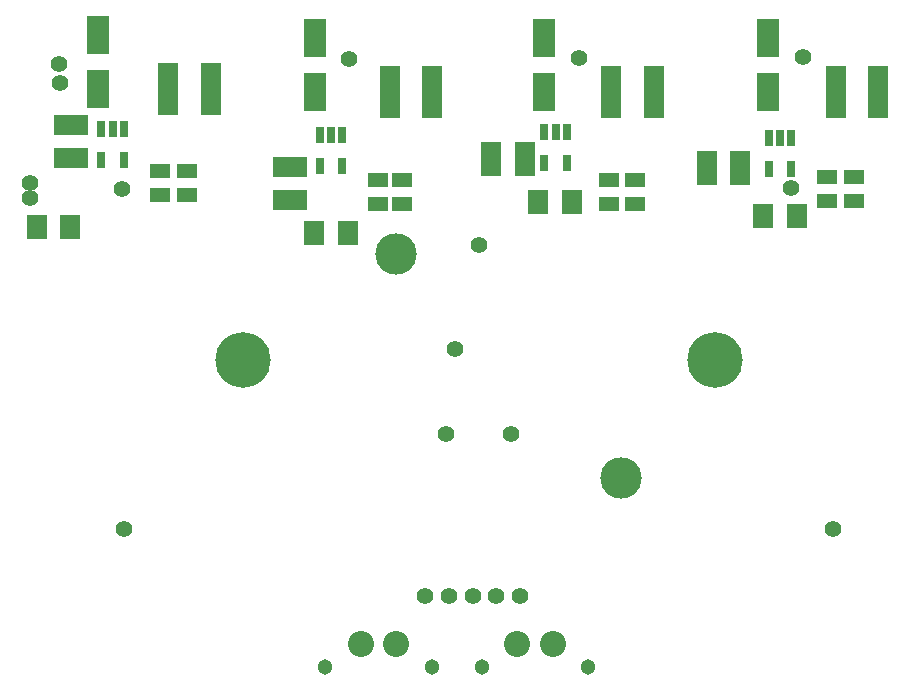
<source format=gbr>
G04 EAGLE Gerber RS-274X export*
G75*
%MOMM*%
%FSLAX34Y34*%
%LPD*%
%INSoldermask Bottom*%
%IPPOS*%
%AMOC8*
5,1,8,0,0,1.08239X$1,22.5*%
G01*
%ADD10C,4.703200*%
%ADD11C,3.503200*%
%ADD12R,1.803200X2.006200*%
%ADD13R,1.703200X4.403200*%
%ADD14R,1.803200X2.903200*%
%ADD15C,2.203200*%
%ADD16C,1.303200*%
%ADD17R,0.753200X1.403200*%
%ADD18R,1.703200X1.303200*%
%ADD19R,1.903200X3.203200*%
%ADD20R,2.903200X1.803200*%
%ADD21C,1.412800*%


D10*
X200000Y200000D03*
X600000Y200000D03*
D11*
X330000Y290000D03*
X520000Y100000D03*
D12*
X450405Y334300D03*
X478845Y334300D03*
D13*
X548300Y427000D03*
X512300Y427000D03*
D14*
X438700Y370500D03*
X410700Y370500D03*
D15*
X330000Y-40000D03*
X300000Y-40000D03*
D16*
X270000Y-59600D03*
X360000Y-59600D03*
D15*
X462500Y-40000D03*
X432500Y-40000D03*
D16*
X402500Y-59600D03*
X492500Y-59600D03*
D17*
X455500Y393000D03*
X465000Y393000D03*
X474500Y393000D03*
X474500Y367000D03*
X455500Y367000D03*
D18*
X510000Y353000D03*
X510000Y332000D03*
X532500Y332000D03*
X532500Y353000D03*
D19*
X455000Y427500D03*
X455000Y472500D03*
D12*
X25780Y312500D03*
X54220Y312500D03*
D13*
X173000Y430000D03*
X137000Y430000D03*
D20*
X55000Y371000D03*
X55000Y399000D03*
D17*
X80500Y395500D03*
X90000Y395500D03*
X99500Y395500D03*
X99500Y369500D03*
X80500Y369500D03*
D18*
X130000Y360500D03*
X130000Y339500D03*
X152500Y339500D03*
X152500Y360500D03*
D19*
X77500Y430000D03*
X77500Y475000D03*
D12*
X640780Y322500D03*
X669220Y322500D03*
D13*
X738000Y427500D03*
X702000Y427500D03*
D14*
X621500Y362500D03*
X593500Y362500D03*
D17*
X645500Y388000D03*
X655000Y388000D03*
X664500Y388000D03*
X664500Y362000D03*
X645500Y362000D03*
D18*
X695000Y355500D03*
X695000Y334500D03*
X717500Y334500D03*
X717500Y355500D03*
D19*
X645000Y427500D03*
X645000Y472500D03*
D12*
X260780Y307500D03*
X289220Y307500D03*
D13*
X360500Y427500D03*
X324500Y427500D03*
D20*
X240000Y364000D03*
X240000Y336000D03*
D17*
X265500Y390500D03*
X275000Y390500D03*
X284500Y390500D03*
X284500Y364500D03*
X265500Y364500D03*
D18*
X315000Y353000D03*
X315000Y332000D03*
X335000Y332000D03*
X335000Y353000D03*
D19*
X261700Y427500D03*
X261700Y472500D03*
D21*
X45152Y434500D03*
X289752Y455400D03*
X484452Y455700D03*
X674152Y456800D03*
X44752Y450700D03*
X354752Y700D03*
X374752Y700D03*
X394752Y700D03*
X414752Y700D03*
X434752Y700D03*
X20000Y350000D03*
X20000Y337500D03*
X372500Y137500D03*
X427500Y137500D03*
X98300Y345000D03*
X100000Y57500D03*
X664500Y345500D03*
X700000Y57500D03*
X379600Y209300D03*
X400000Y297500D03*
M02*

</source>
